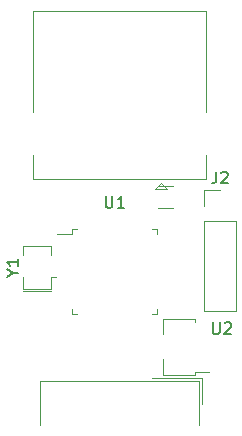
<source format=gbr>
%TF.GenerationSoftware,KiCad,Pcbnew,7.0.9*%
%TF.CreationDate,2024-03-27T20:05:08+00:00*%
%TF.ProjectId,USBHIDAdapter,55534248-4944-4416-9461-707465722e6b,rev?*%
%TF.SameCoordinates,Original*%
%TF.FileFunction,Legend,Top*%
%TF.FilePolarity,Positive*%
%FSLAX46Y46*%
G04 Gerber Fmt 4.6, Leading zero omitted, Abs format (unit mm)*
G04 Created by KiCad (PCBNEW 7.0.9) date 2024-03-27 20:05:08*
%MOMM*%
%LPD*%
G01*
G04 APERTURE LIST*
%ADD10C,0.150000*%
%ADD11C,0.120000*%
G04 APERTURE END LIST*
D10*
X138350666Y-81793019D02*
X138350666Y-82507304D01*
X138350666Y-82507304D02*
X138303047Y-82650161D01*
X138303047Y-82650161D02*
X138207809Y-82745400D01*
X138207809Y-82745400D02*
X138064952Y-82793019D01*
X138064952Y-82793019D02*
X137969714Y-82793019D01*
X138779238Y-81888257D02*
X138826857Y-81840638D01*
X138826857Y-81840638D02*
X138922095Y-81793019D01*
X138922095Y-81793019D02*
X139160190Y-81793019D01*
X139160190Y-81793019D02*
X139255428Y-81840638D01*
X139255428Y-81840638D02*
X139303047Y-81888257D01*
X139303047Y-81888257D02*
X139350666Y-81983495D01*
X139350666Y-81983495D02*
X139350666Y-82078733D01*
X139350666Y-82078733D02*
X139303047Y-82221590D01*
X139303047Y-82221590D02*
X138731619Y-82793019D01*
X138731619Y-82793019D02*
X139350666Y-82793019D01*
X121143228Y-90366790D02*
X121619419Y-90366790D01*
X120619419Y-90700123D02*
X121143228Y-90366790D01*
X121143228Y-90366790D02*
X120619419Y-90033457D01*
X121619419Y-89176314D02*
X121619419Y-89747742D01*
X121619419Y-89462028D02*
X120619419Y-89462028D01*
X120619419Y-89462028D02*
X120762276Y-89557266D01*
X120762276Y-89557266D02*
X120857514Y-89652504D01*
X120857514Y-89652504D02*
X120905133Y-89747742D01*
X129006695Y-83851019D02*
X129006695Y-84660542D01*
X129006695Y-84660542D02*
X129054314Y-84755780D01*
X129054314Y-84755780D02*
X129101933Y-84803400D01*
X129101933Y-84803400D02*
X129197171Y-84851019D01*
X129197171Y-84851019D02*
X129387647Y-84851019D01*
X129387647Y-84851019D02*
X129482885Y-84803400D01*
X129482885Y-84803400D02*
X129530504Y-84755780D01*
X129530504Y-84755780D02*
X129578123Y-84660542D01*
X129578123Y-84660542D02*
X129578123Y-83851019D01*
X130578123Y-84851019D02*
X130006695Y-84851019D01*
X130292409Y-84851019D02*
X130292409Y-83851019D01*
X130292409Y-83851019D02*
X130197171Y-83993876D01*
X130197171Y-83993876D02*
X130101933Y-84089114D01*
X130101933Y-84089114D02*
X130006695Y-84136733D01*
X138074495Y-94552419D02*
X138074495Y-95361942D01*
X138074495Y-95361942D02*
X138122114Y-95457180D01*
X138122114Y-95457180D02*
X138169733Y-95504800D01*
X138169733Y-95504800D02*
X138264971Y-95552419D01*
X138264971Y-95552419D02*
X138455447Y-95552419D01*
X138455447Y-95552419D02*
X138550685Y-95504800D01*
X138550685Y-95504800D02*
X138598304Y-95457180D01*
X138598304Y-95457180D02*
X138645923Y-95361942D01*
X138645923Y-95361942D02*
X138645923Y-94552419D01*
X139074495Y-94647657D02*
X139122114Y-94600038D01*
X139122114Y-94600038D02*
X139217352Y-94552419D01*
X139217352Y-94552419D02*
X139455447Y-94552419D01*
X139455447Y-94552419D02*
X139550685Y-94600038D01*
X139550685Y-94600038D02*
X139598304Y-94647657D01*
X139598304Y-94647657D02*
X139645923Y-94742895D01*
X139645923Y-94742895D02*
X139645923Y-94838133D01*
X139645923Y-94838133D02*
X139598304Y-94980990D01*
X139598304Y-94980990D02*
X139026876Y-95552419D01*
X139026876Y-95552419D02*
X139645923Y-95552419D01*
D11*
%TO.C,J2*%
X137354000Y-83338200D02*
X138684000Y-83338200D01*
X137354000Y-84668200D02*
X137354000Y-83338200D01*
X137354000Y-85938200D02*
X137354000Y-93618200D01*
X137354000Y-85938200D02*
X140014000Y-85938200D01*
X137354000Y-93618200D02*
X140014000Y-93618200D01*
X140014000Y-85938200D02*
X140014000Y-93618200D01*
%TO.C,Y1*%
X121964600Y-91890600D02*
X123964600Y-91890600D01*
X123964600Y-91890600D02*
X124364600Y-91890600D01*
X121964600Y-91690600D02*
X121964600Y-90690600D01*
X123964600Y-91690600D02*
X121964600Y-91690600D01*
X123964600Y-91690600D02*
X124364600Y-91690600D01*
X124364600Y-90690600D02*
X124364600Y-91690600D01*
X124364600Y-90690600D02*
X124764600Y-90690600D01*
X121964600Y-88890600D02*
X121964600Y-88090600D01*
X121964600Y-88090600D02*
X123964600Y-88090600D01*
X123964600Y-88090600D02*
X124364600Y-88090600D01*
X124364600Y-88090600D02*
X124364600Y-88890600D01*
%TO.C,F1*%
X133459136Y-83037000D02*
X134663264Y-83037000D01*
X133459136Y-84857000D02*
X134663264Y-84857000D01*
%TO.C,J3*%
X122815000Y-76707100D02*
X122815000Y-68167100D01*
X122815000Y-80407100D02*
X122815000Y-82387100D01*
X133175000Y-83267100D02*
X134175000Y-83267100D01*
X133675000Y-82767100D02*
X133175000Y-83267100D01*
X134175000Y-83267100D02*
X133675000Y-82767100D01*
X137535000Y-68167100D02*
X122815000Y-68167100D01*
X137535000Y-76707100D02*
X137535000Y-68167100D01*
X137535000Y-82387100D02*
X122815000Y-82387100D01*
X137535000Y-82387100D02*
X137535000Y-80407100D01*
%TO.C,J1*%
X137138333Y-101498400D02*
X137138333Y-99258400D01*
X137138333Y-99258400D02*
X132945000Y-99258400D01*
X136898333Y-103238400D02*
X136898333Y-99498400D01*
X136898333Y-99498400D02*
X123451667Y-99498400D01*
X123451667Y-99498400D02*
X123451667Y-103238400D01*
%TO.C,U1*%
X126158600Y-86636200D02*
X126158600Y-87086200D01*
X126158600Y-87086200D02*
X124868600Y-87086200D01*
X126158600Y-93856200D02*
X126158600Y-93406200D01*
X126608600Y-86636200D02*
X126158600Y-86636200D01*
X126608600Y-93856200D02*
X126158600Y-93856200D01*
X132928600Y-86636200D02*
X133378600Y-86636200D01*
X132928600Y-93856200D02*
X133378600Y-93856200D01*
X133378600Y-86636200D02*
X133378600Y-87086200D01*
X133378600Y-93856200D02*
X133378600Y-93406200D01*
%TO.C,U2*%
X137709000Y-98751600D02*
X136569000Y-98751600D01*
X136569000Y-98981600D02*
X136569000Y-98751600D01*
X136569000Y-98981600D02*
X133849000Y-98981600D01*
X136569000Y-94261600D02*
X136569000Y-94491600D01*
X133849000Y-98981600D02*
X133849000Y-97671600D01*
X133849000Y-95571600D02*
X133849000Y-94261600D01*
X133849000Y-94261600D02*
X136569000Y-94261600D01*
%TD*%
M02*

</source>
